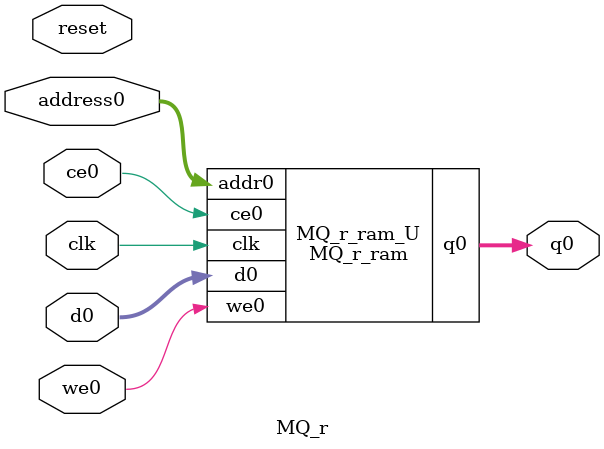
<source format=v>
`timescale 1 ns / 1 ps
module MQ_r_ram (addr0, ce0, d0, we0, q0,  clk);

parameter DWIDTH = 32;
parameter AWIDTH = 6;
parameter MEM_SIZE = 48;

input[AWIDTH-1:0] addr0;
input ce0;
input[DWIDTH-1:0] d0;
input we0;
output reg[DWIDTH-1:0] q0;
input clk;

(* ram_style = "block" *)reg [DWIDTH-1:0] ram[0:MEM_SIZE-1];




always @(posedge clk)  
begin 
    if (ce0) begin
        if (we0) 
            ram[addr0] <= d0; 
        q0 <= ram[addr0];
    end
end


endmodule

`timescale 1 ns / 1 ps
module MQ_r(
    reset,
    clk,
    address0,
    ce0,
    we0,
    d0,
    q0);

parameter DataWidth = 32'd32;
parameter AddressRange = 32'd48;
parameter AddressWidth = 32'd6;
input reset;
input clk;
input[AddressWidth - 1:0] address0;
input ce0;
input we0;
input[DataWidth - 1:0] d0;
output[DataWidth - 1:0] q0;



MQ_r_ram MQ_r_ram_U(
    .clk( clk ),
    .addr0( address0 ),
    .ce0( ce0 ),
    .we0( we0 ),
    .d0( d0 ),
    .q0( q0 ));

endmodule


</source>
